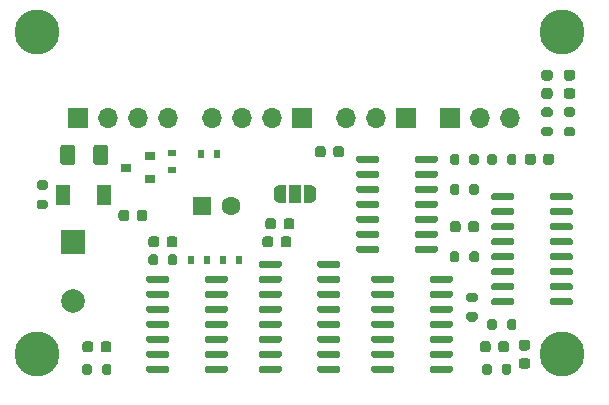
<source format=gts>
G04 #@! TF.GenerationSoftware,KiCad,Pcbnew,(5.1.10-1-10_14)*
G04 #@! TF.CreationDate,2021-12-18T09:27:52-08:00*
G04 #@! TF.ProjectId,qiroll PAS digital logic,7169726f-6c6c-4205-9041-532064696769,rev?*
G04 #@! TF.SameCoordinates,Original*
G04 #@! TF.FileFunction,Soldermask,Top*
G04 #@! TF.FilePolarity,Negative*
%FSLAX46Y46*%
G04 Gerber Fmt 4.6, Leading zero omitted, Abs format (unit mm)*
G04 Created by KiCad (PCBNEW (5.1.10-1-10_14)) date 2021-12-18 09:27:52*
%MOMM*%
%LPD*%
G01*
G04 APERTURE LIST*
%ADD10O,1.700000X1.700000*%
%ADD11R,1.700000X1.700000*%
%ADD12R,0.900000X0.800000*%
%ADD13R,0.600000X0.700000*%
%ADD14R,0.700000X0.600000*%
%ADD15C,0.100000*%
%ADD16R,1.000000X1.500000*%
%ADD17R,1.300000X1.700000*%
%ADD18C,1.600000*%
%ADD19R,1.600000X1.600000*%
%ADD20C,3.800000*%
%ADD21C,2.000000*%
%ADD22R,2.000000X2.000000*%
G04 APERTURE END LIST*
D10*
G04 #@! TO.C,J4*
X125412500Y-103822500D03*
X122872500Y-103822500D03*
X120332500Y-103822500D03*
D11*
X117792500Y-103822500D03*
G04 #@! TD*
D12*
G04 #@! TO.C,U7*
X121872500Y-108013500D03*
X123872500Y-107063500D03*
X123872500Y-108963500D03*
G04 #@! TD*
D10*
G04 #@! TO.C,J5*
X154368500Y-103822500D03*
X151828500Y-103822500D03*
D11*
X149288500Y-103822500D03*
G04 #@! TD*
D10*
G04 #@! TO.C,J3*
X140462000Y-103822500D03*
X143002000Y-103822500D03*
D11*
X145542000Y-103822500D03*
G04 #@! TD*
D10*
G04 #@! TO.C,J2*
X129159000Y-103822500D03*
X131699000Y-103822500D03*
X134239000Y-103822500D03*
D11*
X136779000Y-103822500D03*
G04 #@! TD*
G04 #@! TO.C,R12*
G36*
G01*
X124543000Y-115549000D02*
X124543000Y-116099000D01*
G75*
G02*
X124343000Y-116299000I-200000J0D01*
G01*
X123943000Y-116299000D01*
G75*
G02*
X123743000Y-116099000I0J200000D01*
G01*
X123743000Y-115549000D01*
G75*
G02*
X123943000Y-115349000I200000J0D01*
G01*
X124343000Y-115349000D01*
G75*
G02*
X124543000Y-115549000I0J-200000D01*
G01*
G37*
G36*
G01*
X126193000Y-115549000D02*
X126193000Y-116099000D01*
G75*
G02*
X125993000Y-116299000I-200000J0D01*
G01*
X125593000Y-116299000D01*
G75*
G02*
X125393000Y-116099000I0J200000D01*
G01*
X125393000Y-115549000D01*
G75*
G02*
X125593000Y-115349000I200000J0D01*
G01*
X125993000Y-115349000D01*
G75*
G02*
X126193000Y-115549000I0J-200000D01*
G01*
G37*
G04 #@! TD*
D13*
G04 #@! TO.C,D5*
X127316000Y-115824000D03*
X128716000Y-115824000D03*
G04 #@! TD*
G04 #@! TO.C,D4*
X130048000Y-115824000D03*
X131448000Y-115824000D03*
G04 #@! TD*
D14*
G04 #@! TO.C,D3*
X125730000Y-108192800D03*
X125730000Y-106792800D03*
G04 #@! TD*
D13*
G04 #@! TO.C,D2*
X129579600Y-106883200D03*
X128179600Y-106883200D03*
G04 #@! TD*
G04 #@! TO.C,C15*
G36*
G01*
X134295000Y-114050000D02*
X134295000Y-114550000D01*
G75*
G02*
X134070000Y-114775000I-225000J0D01*
G01*
X133620000Y-114775000D01*
G75*
G02*
X133395000Y-114550000I0J225000D01*
G01*
X133395000Y-114050000D01*
G75*
G02*
X133620000Y-113825000I225000J0D01*
G01*
X134070000Y-113825000D01*
G75*
G02*
X134295000Y-114050000I0J-225000D01*
G01*
G37*
G36*
G01*
X135845000Y-114050000D02*
X135845000Y-114550000D01*
G75*
G02*
X135620000Y-114775000I-225000J0D01*
G01*
X135170000Y-114775000D01*
G75*
G02*
X134945000Y-114550000I0J225000D01*
G01*
X134945000Y-114050000D01*
G75*
G02*
X135170000Y-113825000I225000J0D01*
G01*
X135620000Y-113825000D01*
G75*
G02*
X135845000Y-114050000I0J-225000D01*
G01*
G37*
G04 #@! TD*
D15*
G04 #@! TO.C,JP1*
G36*
X135394000Y-110986000D02*
G01*
X134844000Y-110986000D01*
X134844000Y-110985398D01*
X134819466Y-110985398D01*
X134770635Y-110980588D01*
X134722510Y-110971016D01*
X134675555Y-110956772D01*
X134630222Y-110937995D01*
X134586949Y-110914864D01*
X134546150Y-110887604D01*
X134508221Y-110856476D01*
X134473524Y-110821779D01*
X134442396Y-110783850D01*
X134415136Y-110743051D01*
X134392005Y-110699778D01*
X134373228Y-110654445D01*
X134358984Y-110607490D01*
X134349412Y-110559365D01*
X134344602Y-110510534D01*
X134344602Y-110486000D01*
X134344000Y-110486000D01*
X134344000Y-109986000D01*
X134344602Y-109986000D01*
X134344602Y-109961466D01*
X134349412Y-109912635D01*
X134358984Y-109864510D01*
X134373228Y-109817555D01*
X134392005Y-109772222D01*
X134415136Y-109728949D01*
X134442396Y-109688150D01*
X134473524Y-109650221D01*
X134508221Y-109615524D01*
X134546150Y-109584396D01*
X134586949Y-109557136D01*
X134630222Y-109534005D01*
X134675555Y-109515228D01*
X134722510Y-109500984D01*
X134770635Y-109491412D01*
X134819466Y-109486602D01*
X134844000Y-109486602D01*
X134844000Y-109486000D01*
X135394000Y-109486000D01*
X135394000Y-110986000D01*
G37*
D16*
X136144000Y-110236000D03*
D15*
G36*
X137444000Y-109486602D02*
G01*
X137468534Y-109486602D01*
X137517365Y-109491412D01*
X137565490Y-109500984D01*
X137612445Y-109515228D01*
X137657778Y-109534005D01*
X137701051Y-109557136D01*
X137741850Y-109584396D01*
X137779779Y-109615524D01*
X137814476Y-109650221D01*
X137845604Y-109688150D01*
X137872864Y-109728949D01*
X137895995Y-109772222D01*
X137914772Y-109817555D01*
X137929016Y-109864510D01*
X137938588Y-109912635D01*
X137943398Y-109961466D01*
X137943398Y-109986000D01*
X137944000Y-109986000D01*
X137944000Y-110486000D01*
X137943398Y-110486000D01*
X137943398Y-110510534D01*
X137938588Y-110559365D01*
X137929016Y-110607490D01*
X137914772Y-110654445D01*
X137895995Y-110699778D01*
X137872864Y-110743051D01*
X137845604Y-110783850D01*
X137814476Y-110821779D01*
X137779779Y-110856476D01*
X137741850Y-110887604D01*
X137701051Y-110914864D01*
X137657778Y-110937995D01*
X137612445Y-110956772D01*
X137565490Y-110971016D01*
X137517365Y-110980588D01*
X137468534Y-110985398D01*
X137444000Y-110985398D01*
X137444000Y-110986000D01*
X136894000Y-110986000D01*
X136894000Y-109486000D01*
X137444000Y-109486000D01*
X137444000Y-109486602D01*
G37*
G04 #@! TD*
G04 #@! TO.C,C14*
G36*
G01*
X134536000Y-112526000D02*
X134536000Y-113026000D01*
G75*
G02*
X134311000Y-113251000I-225000J0D01*
G01*
X133861000Y-113251000D01*
G75*
G02*
X133636000Y-113026000I0J225000D01*
G01*
X133636000Y-112526000D01*
G75*
G02*
X133861000Y-112301000I225000J0D01*
G01*
X134311000Y-112301000D01*
G75*
G02*
X134536000Y-112526000I0J-225000D01*
G01*
G37*
G36*
G01*
X136086000Y-112526000D02*
X136086000Y-113026000D01*
G75*
G02*
X135861000Y-113251000I-225000J0D01*
G01*
X135411000Y-113251000D01*
G75*
G02*
X135186000Y-113026000I0J225000D01*
G01*
X135186000Y-112526000D01*
G75*
G02*
X135411000Y-112301000I225000J0D01*
G01*
X135861000Y-112301000D01*
G75*
G02*
X136086000Y-112526000I0J-225000D01*
G01*
G37*
G04 #@! TD*
G04 #@! TO.C,R11*
G36*
G01*
X153650000Y-125370000D02*
X153650000Y-124820000D01*
G75*
G02*
X153850000Y-124620000I200000J0D01*
G01*
X154250000Y-124620000D01*
G75*
G02*
X154450000Y-124820000I0J-200000D01*
G01*
X154450000Y-125370000D01*
G75*
G02*
X154250000Y-125570000I-200000J0D01*
G01*
X153850000Y-125570000D01*
G75*
G02*
X153650000Y-125370000I0J200000D01*
G01*
G37*
G36*
G01*
X152000000Y-125370000D02*
X152000000Y-124820000D01*
G75*
G02*
X152200000Y-124620000I200000J0D01*
G01*
X152600000Y-124620000D01*
G75*
G02*
X152800000Y-124820000I0J-200000D01*
G01*
X152800000Y-125370000D01*
G75*
G02*
X152600000Y-125570000I-200000J0D01*
G01*
X152200000Y-125570000D01*
G75*
G02*
X152000000Y-125370000I0J200000D01*
G01*
G37*
G04 #@! TD*
G04 #@! TO.C,R10*
G36*
G01*
X150070000Y-109580000D02*
X150070000Y-110130000D01*
G75*
G02*
X149870000Y-110330000I-200000J0D01*
G01*
X149470000Y-110330000D01*
G75*
G02*
X149270000Y-110130000I0J200000D01*
G01*
X149270000Y-109580000D01*
G75*
G02*
X149470000Y-109380000I200000J0D01*
G01*
X149870000Y-109380000D01*
G75*
G02*
X150070000Y-109580000I0J-200000D01*
G01*
G37*
G36*
G01*
X151720000Y-109580000D02*
X151720000Y-110130000D01*
G75*
G02*
X151520000Y-110330000I-200000J0D01*
G01*
X151120000Y-110330000D01*
G75*
G02*
X150920000Y-110130000I0J200000D01*
G01*
X150920000Y-109580000D01*
G75*
G02*
X151120000Y-109380000I200000J0D01*
G01*
X151520000Y-109380000D01*
G75*
G02*
X151720000Y-109580000I0J-200000D01*
G01*
G37*
G04 #@! TD*
G04 #@! TO.C,R9*
G36*
G01*
X154095000Y-107590000D02*
X154095000Y-107040000D01*
G75*
G02*
X154295000Y-106840000I200000J0D01*
G01*
X154695000Y-106840000D01*
G75*
G02*
X154895000Y-107040000I0J-200000D01*
G01*
X154895000Y-107590000D01*
G75*
G02*
X154695000Y-107790000I-200000J0D01*
G01*
X154295000Y-107790000D01*
G75*
G02*
X154095000Y-107590000I0J200000D01*
G01*
G37*
G36*
G01*
X152445000Y-107590000D02*
X152445000Y-107040000D01*
G75*
G02*
X152645000Y-106840000I200000J0D01*
G01*
X153045000Y-106840000D01*
G75*
G02*
X153245000Y-107040000I0J-200000D01*
G01*
X153245000Y-107590000D01*
G75*
G02*
X153045000Y-107790000I-200000J0D01*
G01*
X152645000Y-107790000D01*
G75*
G02*
X152445000Y-107590000I0J200000D01*
G01*
G37*
G04 #@! TD*
G04 #@! TO.C,R8*
G36*
G01*
X159660000Y-103715000D02*
X159110000Y-103715000D01*
G75*
G02*
X158910000Y-103515000I0J200000D01*
G01*
X158910000Y-103115000D01*
G75*
G02*
X159110000Y-102915000I200000J0D01*
G01*
X159660000Y-102915000D01*
G75*
G02*
X159860000Y-103115000I0J-200000D01*
G01*
X159860000Y-103515000D01*
G75*
G02*
X159660000Y-103715000I-200000J0D01*
G01*
G37*
G36*
G01*
X159660000Y-105365000D02*
X159110000Y-105365000D01*
G75*
G02*
X158910000Y-105165000I0J200000D01*
G01*
X158910000Y-104765000D01*
G75*
G02*
X159110000Y-104565000I200000J0D01*
G01*
X159660000Y-104565000D01*
G75*
G02*
X159860000Y-104765000I0J-200000D01*
G01*
X159860000Y-105165000D01*
G75*
G02*
X159660000Y-105365000I-200000J0D01*
G01*
G37*
G04 #@! TD*
G04 #@! TO.C,R6*
G36*
G01*
X154095000Y-121560000D02*
X154095000Y-121010000D01*
G75*
G02*
X154295000Y-120810000I200000J0D01*
G01*
X154695000Y-120810000D01*
G75*
G02*
X154895000Y-121010000I0J-200000D01*
G01*
X154895000Y-121560000D01*
G75*
G02*
X154695000Y-121760000I-200000J0D01*
G01*
X154295000Y-121760000D01*
G75*
G02*
X154095000Y-121560000I0J200000D01*
G01*
G37*
G36*
G01*
X152445000Y-121560000D02*
X152445000Y-121010000D01*
G75*
G02*
X152645000Y-120810000I200000J0D01*
G01*
X153045000Y-120810000D01*
G75*
G02*
X153245000Y-121010000I0J-200000D01*
G01*
X153245000Y-121560000D01*
G75*
G02*
X153045000Y-121760000I-200000J0D01*
G01*
X152645000Y-121760000D01*
G75*
G02*
X152445000Y-121560000I0J200000D01*
G01*
G37*
G04 #@! TD*
G04 #@! TO.C,R5*
G36*
G01*
X150070000Y-107040000D02*
X150070000Y-107590000D01*
G75*
G02*
X149870000Y-107790000I-200000J0D01*
G01*
X149470000Y-107790000D01*
G75*
G02*
X149270000Y-107590000I0J200000D01*
G01*
X149270000Y-107040000D01*
G75*
G02*
X149470000Y-106840000I200000J0D01*
G01*
X149870000Y-106840000D01*
G75*
G02*
X150070000Y-107040000I0J-200000D01*
G01*
G37*
G36*
G01*
X151720000Y-107040000D02*
X151720000Y-107590000D01*
G75*
G02*
X151520000Y-107790000I-200000J0D01*
G01*
X151120000Y-107790000D01*
G75*
G02*
X150920000Y-107590000I0J200000D01*
G01*
X150920000Y-107040000D01*
G75*
G02*
X151120000Y-106840000I200000J0D01*
G01*
X151520000Y-106840000D01*
G75*
G02*
X151720000Y-107040000I0J-200000D01*
G01*
G37*
G04 #@! TD*
G04 #@! TO.C,R4*
G36*
G01*
X150855000Y-120250000D02*
X151405000Y-120250000D01*
G75*
G02*
X151605000Y-120450000I0J-200000D01*
G01*
X151605000Y-120850000D01*
G75*
G02*
X151405000Y-121050000I-200000J0D01*
G01*
X150855000Y-121050000D01*
G75*
G02*
X150655000Y-120850000I0J200000D01*
G01*
X150655000Y-120450000D01*
G75*
G02*
X150855000Y-120250000I200000J0D01*
G01*
G37*
G36*
G01*
X150855000Y-118600000D02*
X151405000Y-118600000D01*
G75*
G02*
X151605000Y-118800000I0J-200000D01*
G01*
X151605000Y-119200000D01*
G75*
G02*
X151405000Y-119400000I-200000J0D01*
G01*
X150855000Y-119400000D01*
G75*
G02*
X150655000Y-119200000I0J200000D01*
G01*
X150655000Y-118800000D01*
G75*
G02*
X150855000Y-118600000I200000J0D01*
G01*
G37*
G04 #@! TD*
G04 #@! TO.C,R3*
G36*
G01*
X150070000Y-115295000D02*
X150070000Y-115845000D01*
G75*
G02*
X149870000Y-116045000I-200000J0D01*
G01*
X149470000Y-116045000D01*
G75*
G02*
X149270000Y-115845000I0J200000D01*
G01*
X149270000Y-115295000D01*
G75*
G02*
X149470000Y-115095000I200000J0D01*
G01*
X149870000Y-115095000D01*
G75*
G02*
X150070000Y-115295000I0J-200000D01*
G01*
G37*
G36*
G01*
X151720000Y-115295000D02*
X151720000Y-115845000D01*
G75*
G02*
X151520000Y-116045000I-200000J0D01*
G01*
X151120000Y-116045000D01*
G75*
G02*
X150920000Y-115845000I0J200000D01*
G01*
X150920000Y-115295000D01*
G75*
G02*
X151120000Y-115095000I200000J0D01*
G01*
X151520000Y-115095000D01*
G75*
G02*
X151720000Y-115295000I0J-200000D01*
G01*
G37*
G04 #@! TD*
G04 #@! TO.C,R2*
G36*
G01*
X157205000Y-104565000D02*
X157755000Y-104565000D01*
G75*
G02*
X157955000Y-104765000I0J-200000D01*
G01*
X157955000Y-105165000D01*
G75*
G02*
X157755000Y-105365000I-200000J0D01*
G01*
X157205000Y-105365000D01*
G75*
G02*
X157005000Y-105165000I0J200000D01*
G01*
X157005000Y-104765000D01*
G75*
G02*
X157205000Y-104565000I200000J0D01*
G01*
G37*
G36*
G01*
X157205000Y-102915000D02*
X157755000Y-102915000D01*
G75*
G02*
X157955000Y-103115000I0J-200000D01*
G01*
X157955000Y-103515000D01*
G75*
G02*
X157755000Y-103715000I-200000J0D01*
G01*
X157205000Y-103715000D01*
G75*
G02*
X157005000Y-103515000I0J200000D01*
G01*
X157005000Y-103115000D01*
G75*
G02*
X157205000Y-102915000I200000J0D01*
G01*
G37*
G04 #@! TD*
G04 #@! TO.C,R1*
G36*
G01*
X119805000Y-125370000D02*
X119805000Y-124820000D01*
G75*
G02*
X120005000Y-124620000I200000J0D01*
G01*
X120405000Y-124620000D01*
G75*
G02*
X120605000Y-124820000I0J-200000D01*
G01*
X120605000Y-125370000D01*
G75*
G02*
X120405000Y-125570000I-200000J0D01*
G01*
X120005000Y-125570000D01*
G75*
G02*
X119805000Y-125370000I0J200000D01*
G01*
G37*
G36*
G01*
X118155000Y-125370000D02*
X118155000Y-124820000D01*
G75*
G02*
X118355000Y-124620000I200000J0D01*
G01*
X118755000Y-124620000D01*
G75*
G02*
X118955000Y-124820000I0J-200000D01*
G01*
X118955000Y-125370000D01*
G75*
G02*
X118755000Y-125570000I-200000J0D01*
G01*
X118355000Y-125570000D01*
G75*
G02*
X118155000Y-125370000I0J200000D01*
G01*
G37*
G04 #@! TD*
G04 #@! TO.C,C9*
G36*
G01*
X157170000Y-107565000D02*
X157170000Y-107065000D01*
G75*
G02*
X157395000Y-106840000I225000J0D01*
G01*
X157845000Y-106840000D01*
G75*
G02*
X158070000Y-107065000I0J-225000D01*
G01*
X158070000Y-107565000D01*
G75*
G02*
X157845000Y-107790000I-225000J0D01*
G01*
X157395000Y-107790000D01*
G75*
G02*
X157170000Y-107565000I0J225000D01*
G01*
G37*
G36*
G01*
X155620000Y-107565000D02*
X155620000Y-107065000D01*
G75*
G02*
X155845000Y-106840000I225000J0D01*
G01*
X156295000Y-106840000D01*
G75*
G02*
X156520000Y-107065000I0J-225000D01*
G01*
X156520000Y-107565000D01*
G75*
G02*
X156295000Y-107790000I-225000J0D01*
G01*
X155845000Y-107790000D01*
G75*
G02*
X155620000Y-107565000I0J225000D01*
G01*
G37*
G04 #@! TD*
G04 #@! TO.C,C8*
G36*
G01*
X155325000Y-124150000D02*
X155825000Y-124150000D01*
G75*
G02*
X156050000Y-124375000I0J-225000D01*
G01*
X156050000Y-124825000D01*
G75*
G02*
X155825000Y-125050000I-225000J0D01*
G01*
X155325000Y-125050000D01*
G75*
G02*
X155100000Y-124825000I0J225000D01*
G01*
X155100000Y-124375000D01*
G75*
G02*
X155325000Y-124150000I225000J0D01*
G01*
G37*
G36*
G01*
X155325000Y-122600000D02*
X155825000Y-122600000D01*
G75*
G02*
X156050000Y-122825000I0J-225000D01*
G01*
X156050000Y-123275000D01*
G75*
G02*
X155825000Y-123500000I-225000J0D01*
G01*
X155325000Y-123500000D01*
G75*
G02*
X155100000Y-123275000I0J225000D01*
G01*
X155100000Y-122825000D01*
G75*
G02*
X155325000Y-122600000I225000J0D01*
G01*
G37*
G04 #@! TD*
G04 #@! TO.C,C6*
G36*
G01*
X159635000Y-100640000D02*
X159135000Y-100640000D01*
G75*
G02*
X158910000Y-100415000I0J225000D01*
G01*
X158910000Y-99965000D01*
G75*
G02*
X159135000Y-99740000I225000J0D01*
G01*
X159635000Y-99740000D01*
G75*
G02*
X159860000Y-99965000I0J-225000D01*
G01*
X159860000Y-100415000D01*
G75*
G02*
X159635000Y-100640000I-225000J0D01*
G01*
G37*
G36*
G01*
X159635000Y-102190000D02*
X159135000Y-102190000D01*
G75*
G02*
X158910000Y-101965000I0J225000D01*
G01*
X158910000Y-101515000D01*
G75*
G02*
X159135000Y-101290000I225000J0D01*
G01*
X159635000Y-101290000D01*
G75*
G02*
X159860000Y-101515000I0J-225000D01*
G01*
X159860000Y-101965000D01*
G75*
G02*
X159635000Y-102190000I-225000J0D01*
G01*
G37*
G04 #@! TD*
G04 #@! TO.C,C5*
G36*
G01*
X157730000Y-100640000D02*
X157230000Y-100640000D01*
G75*
G02*
X157005000Y-100415000I0J225000D01*
G01*
X157005000Y-99965000D01*
G75*
G02*
X157230000Y-99740000I225000J0D01*
G01*
X157730000Y-99740000D01*
G75*
G02*
X157955000Y-99965000I0J-225000D01*
G01*
X157955000Y-100415000D01*
G75*
G02*
X157730000Y-100640000I-225000J0D01*
G01*
G37*
G36*
G01*
X157730000Y-102190000D02*
X157230000Y-102190000D01*
G75*
G02*
X157005000Y-101965000I0J225000D01*
G01*
X157005000Y-101515000D01*
G75*
G02*
X157230000Y-101290000I225000J0D01*
G01*
X157730000Y-101290000D01*
G75*
G02*
X157955000Y-101515000I0J-225000D01*
G01*
X157955000Y-101965000D01*
G75*
G02*
X157730000Y-102190000I-225000J0D01*
G01*
G37*
G04 #@! TD*
G04 #@! TO.C,C4*
G36*
G01*
X152710000Y-122940000D02*
X152710000Y-123440000D01*
G75*
G02*
X152485000Y-123665000I-225000J0D01*
G01*
X152035000Y-123665000D01*
G75*
G02*
X151810000Y-123440000I0J225000D01*
G01*
X151810000Y-122940000D01*
G75*
G02*
X152035000Y-122715000I225000J0D01*
G01*
X152485000Y-122715000D01*
G75*
G02*
X152710000Y-122940000I0J-225000D01*
G01*
G37*
G36*
G01*
X154260000Y-122940000D02*
X154260000Y-123440000D01*
G75*
G02*
X154035000Y-123665000I-225000J0D01*
G01*
X153585000Y-123665000D01*
G75*
G02*
X153360000Y-123440000I0J225000D01*
G01*
X153360000Y-122940000D01*
G75*
G02*
X153585000Y-122715000I225000J0D01*
G01*
X154035000Y-122715000D01*
G75*
G02*
X154260000Y-122940000I0J-225000D01*
G01*
G37*
G04 #@! TD*
G04 #@! TO.C,C3*
G36*
G01*
X139390000Y-106930000D02*
X139390000Y-106430000D01*
G75*
G02*
X139615000Y-106205000I225000J0D01*
G01*
X140065000Y-106205000D01*
G75*
G02*
X140290000Y-106430000I0J-225000D01*
G01*
X140290000Y-106930000D01*
G75*
G02*
X140065000Y-107155000I-225000J0D01*
G01*
X139615000Y-107155000D01*
G75*
G02*
X139390000Y-106930000I0J225000D01*
G01*
G37*
G36*
G01*
X137840000Y-106930000D02*
X137840000Y-106430000D01*
G75*
G02*
X138065000Y-106205000I225000J0D01*
G01*
X138515000Y-106205000D01*
G75*
G02*
X138740000Y-106430000I0J-225000D01*
G01*
X138740000Y-106930000D01*
G75*
G02*
X138515000Y-107155000I-225000J0D01*
G01*
X138065000Y-107155000D01*
G75*
G02*
X137840000Y-106930000I0J225000D01*
G01*
G37*
G04 #@! TD*
G04 #@! TO.C,C2*
G36*
G01*
X150170000Y-112780000D02*
X150170000Y-113280000D01*
G75*
G02*
X149945000Y-113505000I-225000J0D01*
G01*
X149495000Y-113505000D01*
G75*
G02*
X149270000Y-113280000I0J225000D01*
G01*
X149270000Y-112780000D01*
G75*
G02*
X149495000Y-112555000I225000J0D01*
G01*
X149945000Y-112555000D01*
G75*
G02*
X150170000Y-112780000I0J-225000D01*
G01*
G37*
G36*
G01*
X151720000Y-112780000D02*
X151720000Y-113280000D01*
G75*
G02*
X151495000Y-113505000I-225000J0D01*
G01*
X151045000Y-113505000D01*
G75*
G02*
X150820000Y-113280000I0J225000D01*
G01*
X150820000Y-112780000D01*
G75*
G02*
X151045000Y-112555000I225000J0D01*
G01*
X151495000Y-112555000D01*
G75*
G02*
X151720000Y-112780000I0J-225000D01*
G01*
G37*
G04 #@! TD*
G04 #@! TO.C,C1*
G36*
G01*
X119055000Y-122940000D02*
X119055000Y-123440000D01*
G75*
G02*
X118830000Y-123665000I-225000J0D01*
G01*
X118380000Y-123665000D01*
G75*
G02*
X118155000Y-123440000I0J225000D01*
G01*
X118155000Y-122940000D01*
G75*
G02*
X118380000Y-122715000I225000J0D01*
G01*
X118830000Y-122715000D01*
G75*
G02*
X119055000Y-122940000I0J-225000D01*
G01*
G37*
G36*
G01*
X120605000Y-122940000D02*
X120605000Y-123440000D01*
G75*
G02*
X120380000Y-123665000I-225000J0D01*
G01*
X119930000Y-123665000D01*
G75*
G02*
X119705000Y-123440000I0J225000D01*
G01*
X119705000Y-122940000D01*
G75*
G02*
X119930000Y-122715000I225000J0D01*
G01*
X120380000Y-122715000D01*
G75*
G02*
X120605000Y-122940000I0J-225000D01*
G01*
G37*
G04 #@! TD*
D17*
G04 #@! TO.C,D1*
X120012400Y-110299500D03*
X116512400Y-110299500D03*
G04 #@! TD*
G04 #@! TO.C,F1*
G36*
G01*
X119075500Y-107559000D02*
X119075500Y-106309000D01*
G75*
G02*
X119325500Y-106059000I250000J0D01*
G01*
X120075500Y-106059000D01*
G75*
G02*
X120325500Y-106309000I0J-250000D01*
G01*
X120325500Y-107559000D01*
G75*
G02*
X120075500Y-107809000I-250000J0D01*
G01*
X119325500Y-107809000D01*
G75*
G02*
X119075500Y-107559000I0J250000D01*
G01*
G37*
G36*
G01*
X116275500Y-107559000D02*
X116275500Y-106309000D01*
G75*
G02*
X116525500Y-106059000I250000J0D01*
G01*
X117275500Y-106059000D01*
G75*
G02*
X117525500Y-106309000I0J-250000D01*
G01*
X117525500Y-107559000D01*
G75*
G02*
X117275500Y-107809000I-250000J0D01*
G01*
X116525500Y-107809000D01*
G75*
G02*
X116275500Y-107559000I0J250000D01*
G01*
G37*
G04 #@! TD*
G04 #@! TO.C,R7*
G36*
G01*
X115019500Y-109874500D02*
X114469500Y-109874500D01*
G75*
G02*
X114269500Y-109674500I0J200000D01*
G01*
X114269500Y-109274500D01*
G75*
G02*
X114469500Y-109074500I200000J0D01*
G01*
X115019500Y-109074500D01*
G75*
G02*
X115219500Y-109274500I0J-200000D01*
G01*
X115219500Y-109674500D01*
G75*
G02*
X115019500Y-109874500I-200000J0D01*
G01*
G37*
G36*
G01*
X115019500Y-111524500D02*
X114469500Y-111524500D01*
G75*
G02*
X114269500Y-111324500I0J200000D01*
G01*
X114269500Y-110924500D01*
G75*
G02*
X114469500Y-110724500I200000J0D01*
G01*
X115019500Y-110724500D01*
G75*
G02*
X115219500Y-110924500I0J-200000D01*
G01*
X115219500Y-111324500D01*
G75*
G02*
X115019500Y-111524500I-200000J0D01*
G01*
G37*
G04 #@! TD*
D18*
G04 #@! TO.C,C12*
X130770000Y-111252000D03*
D19*
X128270000Y-111252000D03*
G04 #@! TD*
G04 #@! TO.C,C13*
G36*
G01*
X124643000Y-114050000D02*
X124643000Y-114550000D01*
G75*
G02*
X124418000Y-114775000I-225000J0D01*
G01*
X123968000Y-114775000D01*
G75*
G02*
X123743000Y-114550000I0J225000D01*
G01*
X123743000Y-114050000D01*
G75*
G02*
X123968000Y-113825000I225000J0D01*
G01*
X124418000Y-113825000D01*
G75*
G02*
X124643000Y-114050000I0J-225000D01*
G01*
G37*
G36*
G01*
X126193000Y-114050000D02*
X126193000Y-114550000D01*
G75*
G02*
X125968000Y-114775000I-225000J0D01*
G01*
X125518000Y-114775000D01*
G75*
G02*
X125293000Y-114550000I0J225000D01*
G01*
X125293000Y-114050000D01*
G75*
G02*
X125518000Y-113825000I225000J0D01*
G01*
X125968000Y-113825000D01*
G75*
G02*
X126193000Y-114050000I0J-225000D01*
G01*
G37*
G04 #@! TD*
G04 #@! TO.C,C11*
G36*
G01*
X122753000Y-112318000D02*
X122753000Y-111818000D01*
G75*
G02*
X122978000Y-111593000I225000J0D01*
G01*
X123428000Y-111593000D01*
G75*
G02*
X123653000Y-111818000I0J-225000D01*
G01*
X123653000Y-112318000D01*
G75*
G02*
X123428000Y-112543000I-225000J0D01*
G01*
X122978000Y-112543000D01*
G75*
G02*
X122753000Y-112318000I0J225000D01*
G01*
G37*
G36*
G01*
X121203000Y-112318000D02*
X121203000Y-111818000D01*
G75*
G02*
X121428000Y-111593000I225000J0D01*
G01*
X121878000Y-111593000D01*
G75*
G02*
X122103000Y-111818000I0J-225000D01*
G01*
X122103000Y-112318000D01*
G75*
G02*
X121878000Y-112543000I-225000J0D01*
G01*
X121428000Y-112543000D01*
G75*
G02*
X121203000Y-112318000I0J225000D01*
G01*
G37*
G04 #@! TD*
D20*
G04 #@! TO.C,H4*
X114300000Y-96520000D03*
G04 #@! TD*
G04 #@! TO.C,H3*
X158750000Y-96520000D03*
G04 #@! TD*
G04 #@! TO.C,U6*
G36*
G01*
X157710000Y-110640000D02*
X157710000Y-110340000D01*
G75*
G02*
X157860000Y-110190000I150000J0D01*
G01*
X159510000Y-110190000D01*
G75*
G02*
X159660000Y-110340000I0J-150000D01*
G01*
X159660000Y-110640000D01*
G75*
G02*
X159510000Y-110790000I-150000J0D01*
G01*
X157860000Y-110790000D01*
G75*
G02*
X157710000Y-110640000I0J150000D01*
G01*
G37*
G36*
G01*
X157710000Y-111910000D02*
X157710000Y-111610000D01*
G75*
G02*
X157860000Y-111460000I150000J0D01*
G01*
X159510000Y-111460000D01*
G75*
G02*
X159660000Y-111610000I0J-150000D01*
G01*
X159660000Y-111910000D01*
G75*
G02*
X159510000Y-112060000I-150000J0D01*
G01*
X157860000Y-112060000D01*
G75*
G02*
X157710000Y-111910000I0J150000D01*
G01*
G37*
G36*
G01*
X157710000Y-113180000D02*
X157710000Y-112880000D01*
G75*
G02*
X157860000Y-112730000I150000J0D01*
G01*
X159510000Y-112730000D01*
G75*
G02*
X159660000Y-112880000I0J-150000D01*
G01*
X159660000Y-113180000D01*
G75*
G02*
X159510000Y-113330000I-150000J0D01*
G01*
X157860000Y-113330000D01*
G75*
G02*
X157710000Y-113180000I0J150000D01*
G01*
G37*
G36*
G01*
X157710000Y-114450000D02*
X157710000Y-114150000D01*
G75*
G02*
X157860000Y-114000000I150000J0D01*
G01*
X159510000Y-114000000D01*
G75*
G02*
X159660000Y-114150000I0J-150000D01*
G01*
X159660000Y-114450000D01*
G75*
G02*
X159510000Y-114600000I-150000J0D01*
G01*
X157860000Y-114600000D01*
G75*
G02*
X157710000Y-114450000I0J150000D01*
G01*
G37*
G36*
G01*
X157710000Y-115720000D02*
X157710000Y-115420000D01*
G75*
G02*
X157860000Y-115270000I150000J0D01*
G01*
X159510000Y-115270000D01*
G75*
G02*
X159660000Y-115420000I0J-150000D01*
G01*
X159660000Y-115720000D01*
G75*
G02*
X159510000Y-115870000I-150000J0D01*
G01*
X157860000Y-115870000D01*
G75*
G02*
X157710000Y-115720000I0J150000D01*
G01*
G37*
G36*
G01*
X157710000Y-116990000D02*
X157710000Y-116690000D01*
G75*
G02*
X157860000Y-116540000I150000J0D01*
G01*
X159510000Y-116540000D01*
G75*
G02*
X159660000Y-116690000I0J-150000D01*
G01*
X159660000Y-116990000D01*
G75*
G02*
X159510000Y-117140000I-150000J0D01*
G01*
X157860000Y-117140000D01*
G75*
G02*
X157710000Y-116990000I0J150000D01*
G01*
G37*
G36*
G01*
X157710000Y-118260000D02*
X157710000Y-117960000D01*
G75*
G02*
X157860000Y-117810000I150000J0D01*
G01*
X159510000Y-117810000D01*
G75*
G02*
X159660000Y-117960000I0J-150000D01*
G01*
X159660000Y-118260000D01*
G75*
G02*
X159510000Y-118410000I-150000J0D01*
G01*
X157860000Y-118410000D01*
G75*
G02*
X157710000Y-118260000I0J150000D01*
G01*
G37*
G36*
G01*
X157710000Y-119530000D02*
X157710000Y-119230000D01*
G75*
G02*
X157860000Y-119080000I150000J0D01*
G01*
X159510000Y-119080000D01*
G75*
G02*
X159660000Y-119230000I0J-150000D01*
G01*
X159660000Y-119530000D01*
G75*
G02*
X159510000Y-119680000I-150000J0D01*
G01*
X157860000Y-119680000D01*
G75*
G02*
X157710000Y-119530000I0J150000D01*
G01*
G37*
G36*
G01*
X152760000Y-119530000D02*
X152760000Y-119230000D01*
G75*
G02*
X152910000Y-119080000I150000J0D01*
G01*
X154560000Y-119080000D01*
G75*
G02*
X154710000Y-119230000I0J-150000D01*
G01*
X154710000Y-119530000D01*
G75*
G02*
X154560000Y-119680000I-150000J0D01*
G01*
X152910000Y-119680000D01*
G75*
G02*
X152760000Y-119530000I0J150000D01*
G01*
G37*
G36*
G01*
X152760000Y-118260000D02*
X152760000Y-117960000D01*
G75*
G02*
X152910000Y-117810000I150000J0D01*
G01*
X154560000Y-117810000D01*
G75*
G02*
X154710000Y-117960000I0J-150000D01*
G01*
X154710000Y-118260000D01*
G75*
G02*
X154560000Y-118410000I-150000J0D01*
G01*
X152910000Y-118410000D01*
G75*
G02*
X152760000Y-118260000I0J150000D01*
G01*
G37*
G36*
G01*
X152760000Y-116990000D02*
X152760000Y-116690000D01*
G75*
G02*
X152910000Y-116540000I150000J0D01*
G01*
X154560000Y-116540000D01*
G75*
G02*
X154710000Y-116690000I0J-150000D01*
G01*
X154710000Y-116990000D01*
G75*
G02*
X154560000Y-117140000I-150000J0D01*
G01*
X152910000Y-117140000D01*
G75*
G02*
X152760000Y-116990000I0J150000D01*
G01*
G37*
G36*
G01*
X152760000Y-115720000D02*
X152760000Y-115420000D01*
G75*
G02*
X152910000Y-115270000I150000J0D01*
G01*
X154560000Y-115270000D01*
G75*
G02*
X154710000Y-115420000I0J-150000D01*
G01*
X154710000Y-115720000D01*
G75*
G02*
X154560000Y-115870000I-150000J0D01*
G01*
X152910000Y-115870000D01*
G75*
G02*
X152760000Y-115720000I0J150000D01*
G01*
G37*
G36*
G01*
X152760000Y-114450000D02*
X152760000Y-114150000D01*
G75*
G02*
X152910000Y-114000000I150000J0D01*
G01*
X154560000Y-114000000D01*
G75*
G02*
X154710000Y-114150000I0J-150000D01*
G01*
X154710000Y-114450000D01*
G75*
G02*
X154560000Y-114600000I-150000J0D01*
G01*
X152910000Y-114600000D01*
G75*
G02*
X152760000Y-114450000I0J150000D01*
G01*
G37*
G36*
G01*
X152760000Y-113180000D02*
X152760000Y-112880000D01*
G75*
G02*
X152910000Y-112730000I150000J0D01*
G01*
X154560000Y-112730000D01*
G75*
G02*
X154710000Y-112880000I0J-150000D01*
G01*
X154710000Y-113180000D01*
G75*
G02*
X154560000Y-113330000I-150000J0D01*
G01*
X152910000Y-113330000D01*
G75*
G02*
X152760000Y-113180000I0J150000D01*
G01*
G37*
G36*
G01*
X152760000Y-111910000D02*
X152760000Y-111610000D01*
G75*
G02*
X152910000Y-111460000I150000J0D01*
G01*
X154560000Y-111460000D01*
G75*
G02*
X154710000Y-111610000I0J-150000D01*
G01*
X154710000Y-111910000D01*
G75*
G02*
X154560000Y-112060000I-150000J0D01*
G01*
X152910000Y-112060000D01*
G75*
G02*
X152760000Y-111910000I0J150000D01*
G01*
G37*
G36*
G01*
X152760000Y-110640000D02*
X152760000Y-110340000D01*
G75*
G02*
X152910000Y-110190000I150000J0D01*
G01*
X154560000Y-110190000D01*
G75*
G02*
X154710000Y-110340000I0J-150000D01*
G01*
X154710000Y-110640000D01*
G75*
G02*
X154560000Y-110790000I-150000J0D01*
G01*
X152910000Y-110790000D01*
G75*
G02*
X152760000Y-110640000I0J150000D01*
G01*
G37*
G04 #@! TD*
G04 #@! TO.C,U3*
G36*
G01*
X146280000Y-107465000D02*
X146280000Y-107165000D01*
G75*
G02*
X146430000Y-107015000I150000J0D01*
G01*
X148080000Y-107015000D01*
G75*
G02*
X148230000Y-107165000I0J-150000D01*
G01*
X148230000Y-107465000D01*
G75*
G02*
X148080000Y-107615000I-150000J0D01*
G01*
X146430000Y-107615000D01*
G75*
G02*
X146280000Y-107465000I0J150000D01*
G01*
G37*
G36*
G01*
X146280000Y-108735000D02*
X146280000Y-108435000D01*
G75*
G02*
X146430000Y-108285000I150000J0D01*
G01*
X148080000Y-108285000D01*
G75*
G02*
X148230000Y-108435000I0J-150000D01*
G01*
X148230000Y-108735000D01*
G75*
G02*
X148080000Y-108885000I-150000J0D01*
G01*
X146430000Y-108885000D01*
G75*
G02*
X146280000Y-108735000I0J150000D01*
G01*
G37*
G36*
G01*
X146280000Y-110005000D02*
X146280000Y-109705000D01*
G75*
G02*
X146430000Y-109555000I150000J0D01*
G01*
X148080000Y-109555000D01*
G75*
G02*
X148230000Y-109705000I0J-150000D01*
G01*
X148230000Y-110005000D01*
G75*
G02*
X148080000Y-110155000I-150000J0D01*
G01*
X146430000Y-110155000D01*
G75*
G02*
X146280000Y-110005000I0J150000D01*
G01*
G37*
G36*
G01*
X146280000Y-111275000D02*
X146280000Y-110975000D01*
G75*
G02*
X146430000Y-110825000I150000J0D01*
G01*
X148080000Y-110825000D01*
G75*
G02*
X148230000Y-110975000I0J-150000D01*
G01*
X148230000Y-111275000D01*
G75*
G02*
X148080000Y-111425000I-150000J0D01*
G01*
X146430000Y-111425000D01*
G75*
G02*
X146280000Y-111275000I0J150000D01*
G01*
G37*
G36*
G01*
X146280000Y-112545000D02*
X146280000Y-112245000D01*
G75*
G02*
X146430000Y-112095000I150000J0D01*
G01*
X148080000Y-112095000D01*
G75*
G02*
X148230000Y-112245000I0J-150000D01*
G01*
X148230000Y-112545000D01*
G75*
G02*
X148080000Y-112695000I-150000J0D01*
G01*
X146430000Y-112695000D01*
G75*
G02*
X146280000Y-112545000I0J150000D01*
G01*
G37*
G36*
G01*
X146280000Y-113815000D02*
X146280000Y-113515000D01*
G75*
G02*
X146430000Y-113365000I150000J0D01*
G01*
X148080000Y-113365000D01*
G75*
G02*
X148230000Y-113515000I0J-150000D01*
G01*
X148230000Y-113815000D01*
G75*
G02*
X148080000Y-113965000I-150000J0D01*
G01*
X146430000Y-113965000D01*
G75*
G02*
X146280000Y-113815000I0J150000D01*
G01*
G37*
G36*
G01*
X146280000Y-115085000D02*
X146280000Y-114785000D01*
G75*
G02*
X146430000Y-114635000I150000J0D01*
G01*
X148080000Y-114635000D01*
G75*
G02*
X148230000Y-114785000I0J-150000D01*
G01*
X148230000Y-115085000D01*
G75*
G02*
X148080000Y-115235000I-150000J0D01*
G01*
X146430000Y-115235000D01*
G75*
G02*
X146280000Y-115085000I0J150000D01*
G01*
G37*
G36*
G01*
X141330000Y-115085000D02*
X141330000Y-114785000D01*
G75*
G02*
X141480000Y-114635000I150000J0D01*
G01*
X143130000Y-114635000D01*
G75*
G02*
X143280000Y-114785000I0J-150000D01*
G01*
X143280000Y-115085000D01*
G75*
G02*
X143130000Y-115235000I-150000J0D01*
G01*
X141480000Y-115235000D01*
G75*
G02*
X141330000Y-115085000I0J150000D01*
G01*
G37*
G36*
G01*
X141330000Y-113815000D02*
X141330000Y-113515000D01*
G75*
G02*
X141480000Y-113365000I150000J0D01*
G01*
X143130000Y-113365000D01*
G75*
G02*
X143280000Y-113515000I0J-150000D01*
G01*
X143280000Y-113815000D01*
G75*
G02*
X143130000Y-113965000I-150000J0D01*
G01*
X141480000Y-113965000D01*
G75*
G02*
X141330000Y-113815000I0J150000D01*
G01*
G37*
G36*
G01*
X141330000Y-112545000D02*
X141330000Y-112245000D01*
G75*
G02*
X141480000Y-112095000I150000J0D01*
G01*
X143130000Y-112095000D01*
G75*
G02*
X143280000Y-112245000I0J-150000D01*
G01*
X143280000Y-112545000D01*
G75*
G02*
X143130000Y-112695000I-150000J0D01*
G01*
X141480000Y-112695000D01*
G75*
G02*
X141330000Y-112545000I0J150000D01*
G01*
G37*
G36*
G01*
X141330000Y-111275000D02*
X141330000Y-110975000D01*
G75*
G02*
X141480000Y-110825000I150000J0D01*
G01*
X143130000Y-110825000D01*
G75*
G02*
X143280000Y-110975000I0J-150000D01*
G01*
X143280000Y-111275000D01*
G75*
G02*
X143130000Y-111425000I-150000J0D01*
G01*
X141480000Y-111425000D01*
G75*
G02*
X141330000Y-111275000I0J150000D01*
G01*
G37*
G36*
G01*
X141330000Y-110005000D02*
X141330000Y-109705000D01*
G75*
G02*
X141480000Y-109555000I150000J0D01*
G01*
X143130000Y-109555000D01*
G75*
G02*
X143280000Y-109705000I0J-150000D01*
G01*
X143280000Y-110005000D01*
G75*
G02*
X143130000Y-110155000I-150000J0D01*
G01*
X141480000Y-110155000D01*
G75*
G02*
X141330000Y-110005000I0J150000D01*
G01*
G37*
G36*
G01*
X141330000Y-108735000D02*
X141330000Y-108435000D01*
G75*
G02*
X141480000Y-108285000I150000J0D01*
G01*
X143130000Y-108285000D01*
G75*
G02*
X143280000Y-108435000I0J-150000D01*
G01*
X143280000Y-108735000D01*
G75*
G02*
X143130000Y-108885000I-150000J0D01*
G01*
X141480000Y-108885000D01*
G75*
G02*
X141330000Y-108735000I0J150000D01*
G01*
G37*
G36*
G01*
X141330000Y-107465000D02*
X141330000Y-107165000D01*
G75*
G02*
X141480000Y-107015000I150000J0D01*
G01*
X143130000Y-107015000D01*
G75*
G02*
X143280000Y-107165000I0J-150000D01*
G01*
X143280000Y-107465000D01*
G75*
G02*
X143130000Y-107615000I-150000J0D01*
G01*
X141480000Y-107615000D01*
G75*
G02*
X141330000Y-107465000I0J150000D01*
G01*
G37*
G04 #@! TD*
G04 #@! TO.C,U2*
G36*
G01*
X138025000Y-116355000D02*
X138025000Y-116055000D01*
G75*
G02*
X138175000Y-115905000I150000J0D01*
G01*
X139825000Y-115905000D01*
G75*
G02*
X139975000Y-116055000I0J-150000D01*
G01*
X139975000Y-116355000D01*
G75*
G02*
X139825000Y-116505000I-150000J0D01*
G01*
X138175000Y-116505000D01*
G75*
G02*
X138025000Y-116355000I0J150000D01*
G01*
G37*
G36*
G01*
X138025000Y-117625000D02*
X138025000Y-117325000D01*
G75*
G02*
X138175000Y-117175000I150000J0D01*
G01*
X139825000Y-117175000D01*
G75*
G02*
X139975000Y-117325000I0J-150000D01*
G01*
X139975000Y-117625000D01*
G75*
G02*
X139825000Y-117775000I-150000J0D01*
G01*
X138175000Y-117775000D01*
G75*
G02*
X138025000Y-117625000I0J150000D01*
G01*
G37*
G36*
G01*
X138025000Y-118895000D02*
X138025000Y-118595000D01*
G75*
G02*
X138175000Y-118445000I150000J0D01*
G01*
X139825000Y-118445000D01*
G75*
G02*
X139975000Y-118595000I0J-150000D01*
G01*
X139975000Y-118895000D01*
G75*
G02*
X139825000Y-119045000I-150000J0D01*
G01*
X138175000Y-119045000D01*
G75*
G02*
X138025000Y-118895000I0J150000D01*
G01*
G37*
G36*
G01*
X138025000Y-120165000D02*
X138025000Y-119865000D01*
G75*
G02*
X138175000Y-119715000I150000J0D01*
G01*
X139825000Y-119715000D01*
G75*
G02*
X139975000Y-119865000I0J-150000D01*
G01*
X139975000Y-120165000D01*
G75*
G02*
X139825000Y-120315000I-150000J0D01*
G01*
X138175000Y-120315000D01*
G75*
G02*
X138025000Y-120165000I0J150000D01*
G01*
G37*
G36*
G01*
X138025000Y-121435000D02*
X138025000Y-121135000D01*
G75*
G02*
X138175000Y-120985000I150000J0D01*
G01*
X139825000Y-120985000D01*
G75*
G02*
X139975000Y-121135000I0J-150000D01*
G01*
X139975000Y-121435000D01*
G75*
G02*
X139825000Y-121585000I-150000J0D01*
G01*
X138175000Y-121585000D01*
G75*
G02*
X138025000Y-121435000I0J150000D01*
G01*
G37*
G36*
G01*
X138025000Y-122705000D02*
X138025000Y-122405000D01*
G75*
G02*
X138175000Y-122255000I150000J0D01*
G01*
X139825000Y-122255000D01*
G75*
G02*
X139975000Y-122405000I0J-150000D01*
G01*
X139975000Y-122705000D01*
G75*
G02*
X139825000Y-122855000I-150000J0D01*
G01*
X138175000Y-122855000D01*
G75*
G02*
X138025000Y-122705000I0J150000D01*
G01*
G37*
G36*
G01*
X138025000Y-123975000D02*
X138025000Y-123675000D01*
G75*
G02*
X138175000Y-123525000I150000J0D01*
G01*
X139825000Y-123525000D01*
G75*
G02*
X139975000Y-123675000I0J-150000D01*
G01*
X139975000Y-123975000D01*
G75*
G02*
X139825000Y-124125000I-150000J0D01*
G01*
X138175000Y-124125000D01*
G75*
G02*
X138025000Y-123975000I0J150000D01*
G01*
G37*
G36*
G01*
X138025000Y-125245000D02*
X138025000Y-124945000D01*
G75*
G02*
X138175000Y-124795000I150000J0D01*
G01*
X139825000Y-124795000D01*
G75*
G02*
X139975000Y-124945000I0J-150000D01*
G01*
X139975000Y-125245000D01*
G75*
G02*
X139825000Y-125395000I-150000J0D01*
G01*
X138175000Y-125395000D01*
G75*
G02*
X138025000Y-125245000I0J150000D01*
G01*
G37*
G36*
G01*
X133075000Y-125245000D02*
X133075000Y-124945000D01*
G75*
G02*
X133225000Y-124795000I150000J0D01*
G01*
X134875000Y-124795000D01*
G75*
G02*
X135025000Y-124945000I0J-150000D01*
G01*
X135025000Y-125245000D01*
G75*
G02*
X134875000Y-125395000I-150000J0D01*
G01*
X133225000Y-125395000D01*
G75*
G02*
X133075000Y-125245000I0J150000D01*
G01*
G37*
G36*
G01*
X133075000Y-123975000D02*
X133075000Y-123675000D01*
G75*
G02*
X133225000Y-123525000I150000J0D01*
G01*
X134875000Y-123525000D01*
G75*
G02*
X135025000Y-123675000I0J-150000D01*
G01*
X135025000Y-123975000D01*
G75*
G02*
X134875000Y-124125000I-150000J0D01*
G01*
X133225000Y-124125000D01*
G75*
G02*
X133075000Y-123975000I0J150000D01*
G01*
G37*
G36*
G01*
X133075000Y-122705000D02*
X133075000Y-122405000D01*
G75*
G02*
X133225000Y-122255000I150000J0D01*
G01*
X134875000Y-122255000D01*
G75*
G02*
X135025000Y-122405000I0J-150000D01*
G01*
X135025000Y-122705000D01*
G75*
G02*
X134875000Y-122855000I-150000J0D01*
G01*
X133225000Y-122855000D01*
G75*
G02*
X133075000Y-122705000I0J150000D01*
G01*
G37*
G36*
G01*
X133075000Y-121435000D02*
X133075000Y-121135000D01*
G75*
G02*
X133225000Y-120985000I150000J0D01*
G01*
X134875000Y-120985000D01*
G75*
G02*
X135025000Y-121135000I0J-150000D01*
G01*
X135025000Y-121435000D01*
G75*
G02*
X134875000Y-121585000I-150000J0D01*
G01*
X133225000Y-121585000D01*
G75*
G02*
X133075000Y-121435000I0J150000D01*
G01*
G37*
G36*
G01*
X133075000Y-120165000D02*
X133075000Y-119865000D01*
G75*
G02*
X133225000Y-119715000I150000J0D01*
G01*
X134875000Y-119715000D01*
G75*
G02*
X135025000Y-119865000I0J-150000D01*
G01*
X135025000Y-120165000D01*
G75*
G02*
X134875000Y-120315000I-150000J0D01*
G01*
X133225000Y-120315000D01*
G75*
G02*
X133075000Y-120165000I0J150000D01*
G01*
G37*
G36*
G01*
X133075000Y-118895000D02*
X133075000Y-118595000D01*
G75*
G02*
X133225000Y-118445000I150000J0D01*
G01*
X134875000Y-118445000D01*
G75*
G02*
X135025000Y-118595000I0J-150000D01*
G01*
X135025000Y-118895000D01*
G75*
G02*
X134875000Y-119045000I-150000J0D01*
G01*
X133225000Y-119045000D01*
G75*
G02*
X133075000Y-118895000I0J150000D01*
G01*
G37*
G36*
G01*
X133075000Y-117625000D02*
X133075000Y-117325000D01*
G75*
G02*
X133225000Y-117175000I150000J0D01*
G01*
X134875000Y-117175000D01*
G75*
G02*
X135025000Y-117325000I0J-150000D01*
G01*
X135025000Y-117625000D01*
G75*
G02*
X134875000Y-117775000I-150000J0D01*
G01*
X133225000Y-117775000D01*
G75*
G02*
X133075000Y-117625000I0J150000D01*
G01*
G37*
G36*
G01*
X133075000Y-116355000D02*
X133075000Y-116055000D01*
G75*
G02*
X133225000Y-115905000I150000J0D01*
G01*
X134875000Y-115905000D01*
G75*
G02*
X135025000Y-116055000I0J-150000D01*
G01*
X135025000Y-116355000D01*
G75*
G02*
X134875000Y-116505000I-150000J0D01*
G01*
X133225000Y-116505000D01*
G75*
G02*
X133075000Y-116355000I0J150000D01*
G01*
G37*
G04 #@! TD*
G04 #@! TO.C,U1*
G36*
G01*
X128500000Y-117625000D02*
X128500000Y-117325000D01*
G75*
G02*
X128650000Y-117175000I150000J0D01*
G01*
X130300000Y-117175000D01*
G75*
G02*
X130450000Y-117325000I0J-150000D01*
G01*
X130450000Y-117625000D01*
G75*
G02*
X130300000Y-117775000I-150000J0D01*
G01*
X128650000Y-117775000D01*
G75*
G02*
X128500000Y-117625000I0J150000D01*
G01*
G37*
G36*
G01*
X128500000Y-118895000D02*
X128500000Y-118595000D01*
G75*
G02*
X128650000Y-118445000I150000J0D01*
G01*
X130300000Y-118445000D01*
G75*
G02*
X130450000Y-118595000I0J-150000D01*
G01*
X130450000Y-118895000D01*
G75*
G02*
X130300000Y-119045000I-150000J0D01*
G01*
X128650000Y-119045000D01*
G75*
G02*
X128500000Y-118895000I0J150000D01*
G01*
G37*
G36*
G01*
X128500000Y-120165000D02*
X128500000Y-119865000D01*
G75*
G02*
X128650000Y-119715000I150000J0D01*
G01*
X130300000Y-119715000D01*
G75*
G02*
X130450000Y-119865000I0J-150000D01*
G01*
X130450000Y-120165000D01*
G75*
G02*
X130300000Y-120315000I-150000J0D01*
G01*
X128650000Y-120315000D01*
G75*
G02*
X128500000Y-120165000I0J150000D01*
G01*
G37*
G36*
G01*
X128500000Y-121435000D02*
X128500000Y-121135000D01*
G75*
G02*
X128650000Y-120985000I150000J0D01*
G01*
X130300000Y-120985000D01*
G75*
G02*
X130450000Y-121135000I0J-150000D01*
G01*
X130450000Y-121435000D01*
G75*
G02*
X130300000Y-121585000I-150000J0D01*
G01*
X128650000Y-121585000D01*
G75*
G02*
X128500000Y-121435000I0J150000D01*
G01*
G37*
G36*
G01*
X128500000Y-122705000D02*
X128500000Y-122405000D01*
G75*
G02*
X128650000Y-122255000I150000J0D01*
G01*
X130300000Y-122255000D01*
G75*
G02*
X130450000Y-122405000I0J-150000D01*
G01*
X130450000Y-122705000D01*
G75*
G02*
X130300000Y-122855000I-150000J0D01*
G01*
X128650000Y-122855000D01*
G75*
G02*
X128500000Y-122705000I0J150000D01*
G01*
G37*
G36*
G01*
X128500000Y-123975000D02*
X128500000Y-123675000D01*
G75*
G02*
X128650000Y-123525000I150000J0D01*
G01*
X130300000Y-123525000D01*
G75*
G02*
X130450000Y-123675000I0J-150000D01*
G01*
X130450000Y-123975000D01*
G75*
G02*
X130300000Y-124125000I-150000J0D01*
G01*
X128650000Y-124125000D01*
G75*
G02*
X128500000Y-123975000I0J150000D01*
G01*
G37*
G36*
G01*
X128500000Y-125245000D02*
X128500000Y-124945000D01*
G75*
G02*
X128650000Y-124795000I150000J0D01*
G01*
X130300000Y-124795000D01*
G75*
G02*
X130450000Y-124945000I0J-150000D01*
G01*
X130450000Y-125245000D01*
G75*
G02*
X130300000Y-125395000I-150000J0D01*
G01*
X128650000Y-125395000D01*
G75*
G02*
X128500000Y-125245000I0J150000D01*
G01*
G37*
G36*
G01*
X123550000Y-125245000D02*
X123550000Y-124945000D01*
G75*
G02*
X123700000Y-124795000I150000J0D01*
G01*
X125350000Y-124795000D01*
G75*
G02*
X125500000Y-124945000I0J-150000D01*
G01*
X125500000Y-125245000D01*
G75*
G02*
X125350000Y-125395000I-150000J0D01*
G01*
X123700000Y-125395000D01*
G75*
G02*
X123550000Y-125245000I0J150000D01*
G01*
G37*
G36*
G01*
X123550000Y-123975000D02*
X123550000Y-123675000D01*
G75*
G02*
X123700000Y-123525000I150000J0D01*
G01*
X125350000Y-123525000D01*
G75*
G02*
X125500000Y-123675000I0J-150000D01*
G01*
X125500000Y-123975000D01*
G75*
G02*
X125350000Y-124125000I-150000J0D01*
G01*
X123700000Y-124125000D01*
G75*
G02*
X123550000Y-123975000I0J150000D01*
G01*
G37*
G36*
G01*
X123550000Y-122705000D02*
X123550000Y-122405000D01*
G75*
G02*
X123700000Y-122255000I150000J0D01*
G01*
X125350000Y-122255000D01*
G75*
G02*
X125500000Y-122405000I0J-150000D01*
G01*
X125500000Y-122705000D01*
G75*
G02*
X125350000Y-122855000I-150000J0D01*
G01*
X123700000Y-122855000D01*
G75*
G02*
X123550000Y-122705000I0J150000D01*
G01*
G37*
G36*
G01*
X123550000Y-121435000D02*
X123550000Y-121135000D01*
G75*
G02*
X123700000Y-120985000I150000J0D01*
G01*
X125350000Y-120985000D01*
G75*
G02*
X125500000Y-121135000I0J-150000D01*
G01*
X125500000Y-121435000D01*
G75*
G02*
X125350000Y-121585000I-150000J0D01*
G01*
X123700000Y-121585000D01*
G75*
G02*
X123550000Y-121435000I0J150000D01*
G01*
G37*
G36*
G01*
X123550000Y-120165000D02*
X123550000Y-119865000D01*
G75*
G02*
X123700000Y-119715000I150000J0D01*
G01*
X125350000Y-119715000D01*
G75*
G02*
X125500000Y-119865000I0J-150000D01*
G01*
X125500000Y-120165000D01*
G75*
G02*
X125350000Y-120315000I-150000J0D01*
G01*
X123700000Y-120315000D01*
G75*
G02*
X123550000Y-120165000I0J150000D01*
G01*
G37*
G36*
G01*
X123550000Y-118895000D02*
X123550000Y-118595000D01*
G75*
G02*
X123700000Y-118445000I150000J0D01*
G01*
X125350000Y-118445000D01*
G75*
G02*
X125500000Y-118595000I0J-150000D01*
G01*
X125500000Y-118895000D01*
G75*
G02*
X125350000Y-119045000I-150000J0D01*
G01*
X123700000Y-119045000D01*
G75*
G02*
X123550000Y-118895000I0J150000D01*
G01*
G37*
G36*
G01*
X123550000Y-117625000D02*
X123550000Y-117325000D01*
G75*
G02*
X123700000Y-117175000I150000J0D01*
G01*
X125350000Y-117175000D01*
G75*
G02*
X125500000Y-117325000I0J-150000D01*
G01*
X125500000Y-117625000D01*
G75*
G02*
X125350000Y-117775000I-150000J0D01*
G01*
X123700000Y-117775000D01*
G75*
G02*
X123550000Y-117625000I0J150000D01*
G01*
G37*
G04 #@! TD*
G04 #@! TO.C,H2*
X114300000Y-123825000D03*
G04 #@! TD*
G04 #@! TO.C,H1*
X158750000Y-123825000D03*
G04 #@! TD*
D21*
G04 #@! TO.C,C10*
X117348000Y-119300000D03*
D22*
X117348000Y-114300000D03*
G04 #@! TD*
G04 #@! TO.C,U5*
G36*
G01*
X147550000Y-117625000D02*
X147550000Y-117325000D01*
G75*
G02*
X147700000Y-117175000I150000J0D01*
G01*
X149350000Y-117175000D01*
G75*
G02*
X149500000Y-117325000I0J-150000D01*
G01*
X149500000Y-117625000D01*
G75*
G02*
X149350000Y-117775000I-150000J0D01*
G01*
X147700000Y-117775000D01*
G75*
G02*
X147550000Y-117625000I0J150000D01*
G01*
G37*
G36*
G01*
X147550000Y-118895000D02*
X147550000Y-118595000D01*
G75*
G02*
X147700000Y-118445000I150000J0D01*
G01*
X149350000Y-118445000D01*
G75*
G02*
X149500000Y-118595000I0J-150000D01*
G01*
X149500000Y-118895000D01*
G75*
G02*
X149350000Y-119045000I-150000J0D01*
G01*
X147700000Y-119045000D01*
G75*
G02*
X147550000Y-118895000I0J150000D01*
G01*
G37*
G36*
G01*
X147550000Y-120165000D02*
X147550000Y-119865000D01*
G75*
G02*
X147700000Y-119715000I150000J0D01*
G01*
X149350000Y-119715000D01*
G75*
G02*
X149500000Y-119865000I0J-150000D01*
G01*
X149500000Y-120165000D01*
G75*
G02*
X149350000Y-120315000I-150000J0D01*
G01*
X147700000Y-120315000D01*
G75*
G02*
X147550000Y-120165000I0J150000D01*
G01*
G37*
G36*
G01*
X147550000Y-121435000D02*
X147550000Y-121135000D01*
G75*
G02*
X147700000Y-120985000I150000J0D01*
G01*
X149350000Y-120985000D01*
G75*
G02*
X149500000Y-121135000I0J-150000D01*
G01*
X149500000Y-121435000D01*
G75*
G02*
X149350000Y-121585000I-150000J0D01*
G01*
X147700000Y-121585000D01*
G75*
G02*
X147550000Y-121435000I0J150000D01*
G01*
G37*
G36*
G01*
X147550000Y-122705000D02*
X147550000Y-122405000D01*
G75*
G02*
X147700000Y-122255000I150000J0D01*
G01*
X149350000Y-122255000D01*
G75*
G02*
X149500000Y-122405000I0J-150000D01*
G01*
X149500000Y-122705000D01*
G75*
G02*
X149350000Y-122855000I-150000J0D01*
G01*
X147700000Y-122855000D01*
G75*
G02*
X147550000Y-122705000I0J150000D01*
G01*
G37*
G36*
G01*
X147550000Y-123975000D02*
X147550000Y-123675000D01*
G75*
G02*
X147700000Y-123525000I150000J0D01*
G01*
X149350000Y-123525000D01*
G75*
G02*
X149500000Y-123675000I0J-150000D01*
G01*
X149500000Y-123975000D01*
G75*
G02*
X149350000Y-124125000I-150000J0D01*
G01*
X147700000Y-124125000D01*
G75*
G02*
X147550000Y-123975000I0J150000D01*
G01*
G37*
G36*
G01*
X147550000Y-125245000D02*
X147550000Y-124945000D01*
G75*
G02*
X147700000Y-124795000I150000J0D01*
G01*
X149350000Y-124795000D01*
G75*
G02*
X149500000Y-124945000I0J-150000D01*
G01*
X149500000Y-125245000D01*
G75*
G02*
X149350000Y-125395000I-150000J0D01*
G01*
X147700000Y-125395000D01*
G75*
G02*
X147550000Y-125245000I0J150000D01*
G01*
G37*
G36*
G01*
X142600000Y-125245000D02*
X142600000Y-124945000D01*
G75*
G02*
X142750000Y-124795000I150000J0D01*
G01*
X144400000Y-124795000D01*
G75*
G02*
X144550000Y-124945000I0J-150000D01*
G01*
X144550000Y-125245000D01*
G75*
G02*
X144400000Y-125395000I-150000J0D01*
G01*
X142750000Y-125395000D01*
G75*
G02*
X142600000Y-125245000I0J150000D01*
G01*
G37*
G36*
G01*
X142600000Y-123975000D02*
X142600000Y-123675000D01*
G75*
G02*
X142750000Y-123525000I150000J0D01*
G01*
X144400000Y-123525000D01*
G75*
G02*
X144550000Y-123675000I0J-150000D01*
G01*
X144550000Y-123975000D01*
G75*
G02*
X144400000Y-124125000I-150000J0D01*
G01*
X142750000Y-124125000D01*
G75*
G02*
X142600000Y-123975000I0J150000D01*
G01*
G37*
G36*
G01*
X142600000Y-122705000D02*
X142600000Y-122405000D01*
G75*
G02*
X142750000Y-122255000I150000J0D01*
G01*
X144400000Y-122255000D01*
G75*
G02*
X144550000Y-122405000I0J-150000D01*
G01*
X144550000Y-122705000D01*
G75*
G02*
X144400000Y-122855000I-150000J0D01*
G01*
X142750000Y-122855000D01*
G75*
G02*
X142600000Y-122705000I0J150000D01*
G01*
G37*
G36*
G01*
X142600000Y-121435000D02*
X142600000Y-121135000D01*
G75*
G02*
X142750000Y-120985000I150000J0D01*
G01*
X144400000Y-120985000D01*
G75*
G02*
X144550000Y-121135000I0J-150000D01*
G01*
X144550000Y-121435000D01*
G75*
G02*
X144400000Y-121585000I-150000J0D01*
G01*
X142750000Y-121585000D01*
G75*
G02*
X142600000Y-121435000I0J150000D01*
G01*
G37*
G36*
G01*
X142600000Y-120165000D02*
X142600000Y-119865000D01*
G75*
G02*
X142750000Y-119715000I150000J0D01*
G01*
X144400000Y-119715000D01*
G75*
G02*
X144550000Y-119865000I0J-150000D01*
G01*
X144550000Y-120165000D01*
G75*
G02*
X144400000Y-120315000I-150000J0D01*
G01*
X142750000Y-120315000D01*
G75*
G02*
X142600000Y-120165000I0J150000D01*
G01*
G37*
G36*
G01*
X142600000Y-118895000D02*
X142600000Y-118595000D01*
G75*
G02*
X142750000Y-118445000I150000J0D01*
G01*
X144400000Y-118445000D01*
G75*
G02*
X144550000Y-118595000I0J-150000D01*
G01*
X144550000Y-118895000D01*
G75*
G02*
X144400000Y-119045000I-150000J0D01*
G01*
X142750000Y-119045000D01*
G75*
G02*
X142600000Y-118895000I0J150000D01*
G01*
G37*
G36*
G01*
X142600000Y-117625000D02*
X142600000Y-117325000D01*
G75*
G02*
X142750000Y-117175000I150000J0D01*
G01*
X144400000Y-117175000D01*
G75*
G02*
X144550000Y-117325000I0J-150000D01*
G01*
X144550000Y-117625000D01*
G75*
G02*
X144400000Y-117775000I-150000J0D01*
G01*
X142750000Y-117775000D01*
G75*
G02*
X142600000Y-117625000I0J150000D01*
G01*
G37*
G04 #@! TD*
M02*

</source>
